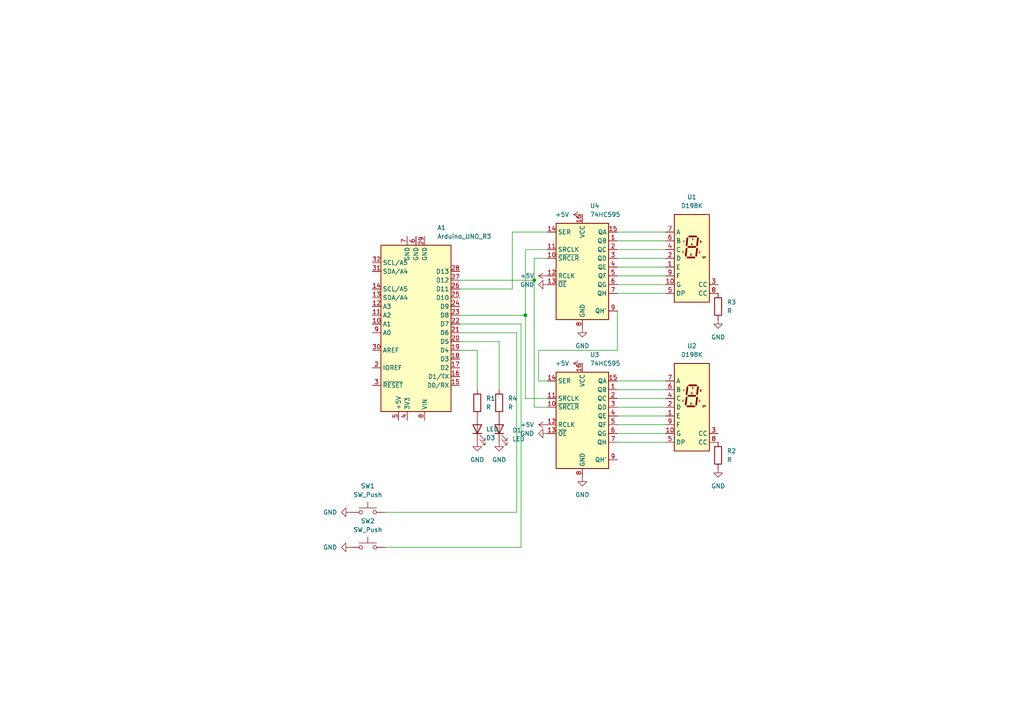
<source format=kicad_sch>
(kicad_sch (version 20230121) (generator eeschema)
  (paper "A4")
  (lib_symbols
    (symbol "74xx:74HC595"
      (property "Reference" "U" (at -7.62 13.97 0))
      (property "Value" "74HC595" (at -7.62 -16.51 0))
      (symbol "74HC595_1_0"
        (pin tri_state line (at 10.16 7.62 180) (length 2.54) (name "QB") (number "1"))
        (pin input line (at -10.16 2.54 0) (length 2.54) (name "~{SRCLR}") (number "10"))
        (pin input line (at -10.16 5.08 0) (length 2.54) (name "SRCLK") (number "11"))
        (pin input line (at -10.16 -2.54 0) (length 2.54) (name "RCLK") (number "12"))
        (pin input line (at -10.16 -5.08 0) (length 2.54) (name "~{OE}") (number "13"))
        (pin input line (at -10.16 10.16 0) (length 2.54) (name "SER") (number "14"))
        (pin tri_state line (at 10.16 10.16 180) (length 2.54) (name "QA") (number "15"))
        (pin power_in line (at 0 15.24 270) (length 2.54) (name "VCC") (number "16"))
        (pin tri_state line (at 10.16 5.08 180) (length 2.54) (name "QC") (number "2"))
        (pin tri_state line (at 10.16 2.54 180) (length 2.54) (name "QD") (number "3"))
        (pin tri_state line (at 10.16 0 180) (length 2.54) (name "QE") (number "4"))
        (pin tri_state line (at 10.16 -2.54 180) (length 2.54) (name "QF") (number "5"))
        (pin tri_state line (at 10.16 -5.08 180) (length 2.54) (name "QG") (number "6"))
        (pin tri_state line (at 10.16 -7.62 180) (length 2.54) (name "QH") (number "7"))
        (pin power_in line (at 0 -17.78 90) (length 2.54) (name "GND") (number "8"))
        (pin output line (at 10.16 -12.7 180) (length 2.54) (name "QH'") (number "9"))
      )
      (symbol "74HC595_1_1"
        (rectangle (start -7.62 12.7) (end 7.62 -15.24) (stroke (width 0.254)) (fill (type background)))
      )
    )
    (symbol "Device:LED" (pin_numbers hide) (pin_names (offset 1.016) hide)
      (property "Reference" "D" (at 0 2.54 0))
      (property "Value" "LED" (at 0 -2.54 0))
      (symbol "LED_0_1"
        (polyline (pts (xy -1.27 -1.27) (xy -1.27 1.27)) (stroke (width 0.254)))
        (polyline (pts (xy -1.27 0) (xy 1.27 0)))
        (polyline (pts (xy 1.27 -1.27) (xy 1.27 1.27) (xy -1.27 0) (xy 1.27 -1.27)) (stroke (width 0.254)))
        (polyline (pts (xy -3.048 -0.762) (xy -4.572 -2.286) (xy -3.81 -2.286) (xy -4.572 -2.286) (xy -4.572 -1.524)))
        (polyline (pts (xy -1.778 -0.762) (xy -3.302 -2.286) (xy -2.54 -2.286) (xy -3.302 -2.286) (xy -3.302 -1.524)))
      )
      (symbol "LED_1_1"
        (pin passive line (at -3.81 0 0) (length 2.54) (name "K") (number "1"))
        (pin passive line (at 3.81 0 180) (length 2.54) (name "A") (number "2"))
      )
    )
    (symbol "Device:R" (pin_numbers hide) (pin_names (offset 0))
      (property "Reference" "R" (at 2.032 0 90))
      (property "Value" "R" (at 0 0 90))
      (symbol "R_0_1"
        (rectangle (start -1.016 -2.54) (end 1.016 2.54) (stroke (width 0.254)))
      )
      (symbol "R_1_1"
        (pin passive line (at 0 3.81 270) (length 1.27) (name "~") (number "1"))
        (pin passive line (at 0 -3.81 90) (length 1.27) (name "~") (number "2"))
      )
    )
    (symbol "Display_Character:D198K"
      (property "Reference" "U" (at -2.54 13.97 0))
      (property "Value" "D198K" (at 1.27 13.97 0))
      (symbol "D198K_0_0"
        (text "A" (at 0.254 5.588 0) (effects (font (size 0.508 0.508))))
        (text "B" (at 2.54 4.826 0) (effects (font (size 0.508 0.508))))
        (text "C" (at 2.286 1.778 0) (effects (font (size 0.508 0.508))))
        (text "D" (at -0.254 1.016 0) (effects (font (size 0.508 0.508))))
        (text "DP" (at 3.556 0.254 0) (effects (font (size 0.508 0.508))))
        (text "E" (at -2.54 1.778 0) (effects (font (size 0.508 0.508))))
        (text "F" (at -2.286 4.826 0) (effects (font (size 0.508 0.508))))
        (text "G" (at 0 4.064 0) (effects (font (size 0.508 0.508))))
      )
      (symbol "D198K_0_1"
        (rectangle (start -5.08 12.7) (end 5.08 -12.7) (stroke (width 0.254)) (fill (type background)))
        (polyline (pts (xy -1.524 2.794) (xy -1.778 0.762)) (stroke (width 0.508)))
        (polyline (pts (xy -1.27 0.254) (xy 0.762 0.254)) (stroke (width 0.508)))
        (polyline (pts (xy -1.27 5.842) (xy -1.524 3.81)) (stroke (width 0.508)))
        (polyline (pts (xy -1.016 3.302) (xy 1.016 3.302)) (stroke (width 0.508)))
        (polyline (pts (xy -0.762 6.35) (xy 1.27 6.35)) (stroke (width 0.508)))
        (polyline (pts (xy 1.524 2.794) (xy 1.27 0.762)) (stroke (width 0.508)))
        (polyline (pts (xy 1.778 5.842) (xy 1.524 3.81)) (stroke (width 0.508)))
        (polyline (pts (xy 2.54 0.254) (xy 2.54 0.254)) (stroke (width 0.508)))
      )
      (symbol "D198K_1_1"
        (pin input line (at -7.62 -2.54 0) (length 2.54) (name "E") (number "1"))
        (pin input line (at -7.62 -7.62 0) (length 2.54) (name "G") (number "10"))
        (pin input line (at -7.62 0 0) (length 2.54) (name "D") (number "2"))
        (pin input line (at 7.62 -7.62 180) (length 2.54) (name "CC") (number "3"))
        (pin input line (at -7.62 2.54 0) (length 2.54) (name "C") (number "4"))
        (pin input line (at -7.62 -10.16 0) (length 2.54) (name "DP") (number "5"))
        (pin input line (at -7.62 5.08 0) (length 2.54) (name "B") (number "6"))
        (pin input line (at -7.62 7.62 0) (length 2.54) (name "A") (number "7"))
        (pin input line (at 7.62 -10.16 180) (length 2.54) (name "CC") (number "8"))
        (pin input line (at -7.62 -5.08 0) (length 2.54) (name "F") (number "9"))
      )
    )
    (symbol "MCU_Module:Arduino_UNO_R3"
      (property "Reference" "A" (at -10.16 23.495 0))
      (property "Value" "Arduino_UNO_R3" (at 5.08 -26.67 0))
      (symbol "Arduino_UNO_R3_0_1"
        (rectangle (start -10.16 22.86) (end 10.16 -25.4) (stroke (width 0.254)) (fill (type background)))
      )
      (symbol "Arduino_UNO_R3_1_1"
        (pin no_connect line (at -10.16 -20.32 0) (length 2.54) hide (name "NC") (number "1"))
        (pin bidirectional line (at 12.7 -2.54 180) (length 2.54) (name "A1") (number "10"))
        (pin bidirectional line (at 12.7 -5.08 180) (length 2.54) (name "A2") (number "11"))
        (pin bidirectional line (at 12.7 -7.62 180) (length 2.54) (name "A3") (number "12"))
        (pin bidirectional line (at 12.7 -10.16 180) (length 2.54) (name "SDA/A4") (number "13"))
        (pin bidirectional line (at 12.7 -12.7 180) (length 2.54) (name "SCL/A5") (number "14"))
        (pin bidirectional line (at -12.7 15.24 0) (length 2.54) (name "D0/RX") (number "15"))
        (pin bidirectional line (at -12.7 12.7 0) (length 2.54) (name "D1/TX") (number "16"))
        (pin bidirectional line (at -12.7 10.16 0) (length 2.54) (name "D2") (number "17"))
        (pin bidirectional line (at -12.7 7.62 0) (length 2.54) (name "D3") (number "18"))
        (pin bidirectional line (at -12.7 5.08 0) (length 2.54) (name "D4") (number "19"))
        (pin output line (at 12.7 10.16 180) (length 2.54) (name "IOREF") (number "2"))
        (pin bidirectional line (at -12.7 2.54 0) (length 2.54) (name "D5") (number "20"))
        (pin bidirectional line (at -12.7 0 0) (length 2.54) (name "D6") (number "21"))
        (pin bidirectional line (at -12.7 -2.54 0) (length 2.54) (name "D7") (number "22"))
        (pin bidirectional line (at -12.7 -5.08 0) (length 2.54) (name "D8") (number "23"))
        (pin bidirectional line (at -12.7 -7.62 0) (length 2.54) (name "D9") (number "24"))
        (pin bidirectional line (at -12.7 -10.16 0) (length 2.54) (name "D10") (number "25"))
        (pin bidirectional line (at -12.7 -12.7 0) (length 2.54) (name "D11") (number "26"))
        (pin bidirectional line (at -12.7 -15.24 0) (length 2.54) (name "D12") (number "27"))
        (pin bidirectional line (at -12.7 -17.78 0) (length 2.54) (name "D13") (number "28"))
        (pin power_in line (at -2.54 -27.94 90) (length 2.54) (name "GND") (number "29"))
        (pin input line (at 12.7 15.24 180) (length 2.54) (name "~{RESET}") (number "3"))
        (pin input line (at 12.7 5.08 180) (length 2.54) (name "AREF") (number "30"))
        (pin bidirectional line (at 12.7 -17.78 180) (length 2.54) (name "SDA/A4") (number "31"))
        (pin bidirectional line (at 12.7 -20.32 180) (length 2.54) (name "SCL/A5") (number "32"))
        (pin power_out line (at 2.54 25.4 270) (length 2.54) (name "3V3") (number "4"))
        (pin power_out line (at 5.08 25.4 270) (length 2.54) (name "+5V") (number "5"))
        (pin power_in line (at 0 -27.94 90) (length 2.54) (name "GND") (number "6"))
        (pin power_in line (at 2.54 -27.94 90) (length 2.54) (name "GND") (number "7"))
        (pin power_in line (at -2.54 25.4 270) (length 2.54) (name "VIN") (number "8"))
        (pin bidirectional line (at 12.7 0 180) (length 2.54) (name "A0") (number "9"))
      )
    )
    (symbol "Switch:SW_Push" (pin_numbers hide) (pin_names (offset 1.016) hide)
      (property "Reference" "SW" (at 1.27 2.54 0))
      (property "Value" "SW_Push" (at 0 -1.524 0))
      (symbol "SW_Push_0_1"
        (circle (center -2.032 0) (radius 0.508))
        (polyline (pts (xy 0 1.27) (xy 0 3.048)))
        (polyline (pts (xy 2.54 1.27) (xy -2.54 1.27)))
        (circle (center 2.032 0) (radius 0.508))
        (pin passive line (at -5.08 0 0) (length 2.54) (name "1") (number "1"))
        (pin passive line (at 5.08 0 180) (length 2.54) (name "2") (number "2"))
      )
    )
    (symbol "power:+5V" (power) (pin_names (offset 0))
      (property "Value" "+5V" (at 0 3.556 0))
      (symbol "+5V_0_1"
        (polyline (pts (xy -0.762 1.27) (xy 0 2.54)))
        (polyline (pts (xy 0 0) (xy 0 2.54)))
        (polyline (pts (xy 0 2.54) (xy 0.762 1.27)))
      )
      (symbol "+5V_1_1"
        (pin power_in line (at 0 0 90) (length 0) hide (name "+5V") (number "1"))
      )
    )
    (symbol "power:GND" (power) (pin_names (offset 0))
      (property "Value" "GND" (at 0 -3.81 0))
      (symbol "GND_0_1"
        (polyline (pts (xy 0 0) (xy 0 -1.27) (xy 1.27 -1.27) (xy 0 -2.54) (xy -1.27 -1.27) (xy 0 -1.27)))
      )
      (symbol "GND_1_1"
        (pin power_in line (at 0 0 270) (length 0) hide (name "GND") (number "1"))
      )
    )
  )
  (junction (at 152.4 91.44))
  (junction (at 154.94 81.28))
  (wire (pts (xy 111.76 158.75) (xy 151.13 158.75)))
  (wire (pts (xy 156.21 101.6) (xy 156.21 110.49)))
  (wire (pts (xy 179.07 69.85) (xy 193.04 69.85)))
  (wire (pts (xy 179.07 82.55) (xy 193.04 82.55)))
  (wire (pts (xy 148.59 67.31) (xy 148.59 83.82)))
  (wire (pts (xy 179.07 67.31) (xy 193.04 67.31)))
  (wire (pts (xy 158.75 72.39) (xy 152.4 72.39)))
  (wire (pts (xy 179.07 77.47) (xy 193.04 77.47)))
  (wire (pts (xy 179.07 120.65) (xy 193.04 120.65)))
  (wire (pts (xy 151.13 93.98) (xy 133.35 93.98)))
  (wire (pts (xy 179.07 72.39) (xy 193.04 72.39)))
  (wire (pts (xy 152.4 91.44) (xy 152.4 115.57)))
  (wire (pts (xy 133.35 81.28) (xy 154.94 81.28)))
  (wire (pts (xy 138.43 113.03) (xy 138.43 101.6)))
  (wire (pts (xy 148.59 83.82) (xy 133.35 83.82)))
  (wire (pts (xy 179.07 118.11) (xy 193.04 118.11)))
  (wire (pts (xy 151.13 158.75) (xy 151.13 93.98)))
  (wire (pts (xy 154.94 74.93) (xy 154.94 81.28)))
  (wire (pts (xy 158.75 74.93) (xy 154.94 74.93)))
  (wire (pts (xy 144.78 113.03) (xy 144.78 99.06)))
  (wire (pts (xy 152.4 72.39) (xy 152.4 91.44)))
  (wire (pts (xy 156.21 110.49) (xy 158.75 110.49)))
  (wire (pts (xy 179.07 101.6) (xy 156.21 101.6)))
  (wire (pts (xy 179.07 115.57) (xy 193.04 115.57)))
  (wire (pts (xy 111.76 148.59) (xy 149.86 148.59)))
  (wire (pts (xy 144.78 99.06) (xy 133.35 99.06)))
  (wire (pts (xy 154.94 81.28) (xy 154.94 118.11)))
  (wire (pts (xy 179.07 113.03) (xy 193.04 113.03)))
  (wire (pts (xy 149.86 148.59) (xy 149.86 96.52)))
  (wire (pts (xy 179.07 74.93) (xy 193.04 74.93)))
  (wire (pts (xy 158.75 67.31) (xy 148.59 67.31)))
  (wire (pts (xy 149.86 96.52) (xy 133.35 96.52)))
  (wire (pts (xy 179.07 110.49) (xy 193.04 110.49)))
  (wire (pts (xy 154.94 118.11) (xy 158.75 118.11)))
  (wire (pts (xy 133.35 91.44) (xy 152.4 91.44)))
  (wire (pts (xy 179.07 85.09) (xy 193.04 85.09)))
  (wire (pts (xy 179.07 125.73) (xy 193.04 125.73)))
  (wire (pts (xy 138.43 101.6) (xy 133.35 101.6)))
  (wire (pts (xy 152.4 115.57) (xy 158.75 115.57)))
  (wire (pts (xy 179.07 80.01) (xy 193.04 80.01)))
  (wire (pts (xy 179.07 128.27) (xy 193.04 128.27)))
  (wire (pts (xy 179.07 90.17) (xy 179.07 101.6)))
  (wire (pts (xy 179.07 123.19) (xy 193.04 123.19)))
  (symbol (lib_id "power:GND") (at 168.91 95.25 0) (unit 1)
    (property "Reference" "#PWR02" (effects hide))
    (property "Value" "GND" (at 168.91 100.33 0))
  )
  (symbol (lib_id "power:GND") (at 208.28 135.89 0) (unit 1)
    (property "Reference" "#PWR07" (effects hide))
    (property "Value" "GND" (at 208.28 140.97 0))
  )
  (symbol (lib_id "Device:R") (at 208.28 132.08 0) (unit 1)
    (property "Reference" "R2" (at 210.82 130.81 0) (effects (justify left)))
    (property "Value" "R" (at 210.82 133.35 0) (effects (justify left)))
    (property "Footprint" "Resistor_THT:R_Axial_DIN0204_L3.6mm_D1.6mm_P5.08mm_Horizontal" (effects hide))
  )
  (symbol (lib_id "Device:R") (at 138.43 116.84 0) (unit 1)
    (property "Reference" "R1" (at 140.97 115.57 0) (effects (justify left)))
    (property "Value" "R" (at 140.97 118.11 0) (effects (justify left)))
    (property "Footprint" "Resistor_THT:R_Axial_DIN0204_L3.6mm_D1.6mm_P5.08mm_Horizontal" (effects hide))
  )
  (symbol (lib_id "power:GND") (at 144.78 128.27 0) (unit 1)
    (property "Reference" "#PWR010" (effects hide))
    (property "Value" "GND" (at 144.78 133.35 0))
  )
  (symbol (lib_id "power:GND") (at 208.28 92.71 0) (unit 1)
    (property "Reference" "#PWR08" (effects hide))
    (property "Value" "GND" (at 208.28 97.79 0))
  )
  (symbol (lib_id "power:+5V") (at 158.75 80.01 90) (unit 1)
    (property "Reference" "#PWR013" (effects hide))
    (property "Value" "+5V" (at 154.94 80.01 90) (effects (justify left)))
  )
  (symbol (lib_id "Switch:SW_Push") (at 106.68 158.75 0) (unit 1)
    (property "Reference" "SW2" (at 106.68 151.13 0))
    (property "Value" "SW_Push" (at 106.68 153.67 0))
    (property "Footprint" "Button_Switch_THT:SW_PUSH_6mm" (effects hide))
  )
  (symbol (lib_id "Device:R") (at 144.78 116.84 0) (unit 1)
    (property "Reference" "R4" (at 147.32 115.57 0) (effects (justify left)))
    (property "Value" "R" (at 147.32 118.11 0) (effects (justify left)))
    (property "Footprint" "Resistor_THT:R_Axial_DIN0204_L3.6mm_D1.6mm_P5.08mm_Horizontal" (effects hide))
  )
  (symbol (lib_id "MCU_Module:Arduino_UNO_R3") (at 120.65 96.52 180) (unit 1)
    (property "Reference" "A1" (at 126.8161 66.04 0) (effects (justify right)))
    (property "Value" "Arduino_UNO_R3" (at 126.8161 68.58 0) (effects (justify right)))
    (property "Footprint" "Module:Arduino_UNO_R3" (effects hide))
    (property "Datasheet" "https://www.arduino.cc/en/Main/arduinoBoardUno" (effects hide))
  )
  (symbol (lib_id "74xx:74HC595") (at 168.91 77.47 0) (unit 1)
    (property "Reference" "U4" (at 171.1041 59.69 0) (effects (justify left)))
    (property "Value" "74HC595" (at 171.1041 62.23 0) (effects (justify left)))
    (property "Footprint" "Package_DIP:DIP-16_W7.62mm_LongPads" (effects hide))
    (property "Datasheet" "http://www.ti.com/lit/ds/symlink/sn74hc595.pdf" (effects hide))
  )
  (symbol (lib_id "power:GND") (at 101.6 148.59 270) (unit 1)
    (property "Reference" "#PWR03" (effects hide))
    (property "Value" "GND" (at 97.79 148.59 90) (effects (justify right)))
  )
  (symbol (lib_id "power:GND") (at 158.75 125.73 270) (unit 1)
    (property "Reference" "#PWR011" (effects hide))
    (property "Value" "GND" (at 154.94 125.73 90) (effects (justify right)))
  )
  (symbol (lib_id "Switch:SW_Push") (at 106.68 148.59 0) (unit 1)
    (property "Reference" "SW1" (at 106.68 140.97 0))
    (property "Value" "SW_Push" (at 106.68 143.51 0))
    (property "Footprint" "Button_Switch_THT:SW_PUSH_6mm" (effects hide))
  )
  (symbol (lib_id "Display_Character:D198K") (at 200.66 74.93 0) (unit 1)
    (property "Reference" "U1" (at 200.66 57.15 0))
    (property "Value" "D198K" (at 200.66 59.69 0))
    (property "Footprint" "Display_7Segment:D1X8K" (effects hide))
    (property "Datasheet" "https://ia800903.us.archive.org/24/items/CTKD1x8K/Cromatek%20D168K.pdf" (effects hide))
  )
  (symbol (lib_id "Device:R") (at 208.28 88.9 0) (unit 1)
    (property "Reference" "R3" (at 210.82 87.63 0) (effects (justify left)))
    (property "Value" "R" (at 210.82 90.17 0) (effects (justify left)))
    (property "Footprint" "Resistor_THT:R_Axial_DIN0204_L3.6mm_D1.6mm_P5.08mm_Horizontal" (effects hide))
  )
  (symbol (lib_id "Display_Character:D198K") (at 200.66 118.11 0) (unit 1)
    (property "Reference" "U2" (at 200.66 100.33 0))
    (property "Value" "D198K" (at 200.66 102.87 0))
    (property "Footprint" "Display_7Segment:D1X8K" (effects hide))
    (property "Datasheet" "https://ia800903.us.archive.org/24/items/CTKD1x8K/Cromatek%20D168K.pdf" (effects hide))
  )
  (symbol (lib_id "Device:LED") (at 144.78 124.46 90) (unit 1)
    (property "Reference" "D1" (at 148.59 124.7775 90) (effects (justify right)))
    (property "Value" "LED" (at 148.59 127.3175 90) (effects (justify right)))
    (property "Footprint" "LED_THT:LED_D5.0mm" (effects hide))
  )
  (symbol (lib_id "power:GND") (at 158.75 82.55 270) (unit 1)
    (property "Reference" "#PWR014" (effects hide))
    (property "Value" "GND" (at 154.94 82.55 90) (effects (justify right)))
  )
  (symbol (lib_id "power:+5V") (at 158.75 123.19 90) (unit 1)
    (property "Reference" "#PWR012" (effects hide))
    (property "Value" "+5V" (at 154.94 123.19 90) (effects (justify left)))
  )
  (symbol (lib_id "Device:LED") (at 138.43 124.46 90) (unit 1)
    (property "Reference" "D3" (at 140.97 127 90) (effects (justify right)))
    (property "Value" "LED" (at 140.97 124.46 90) (effects (justify right)))
    (property "Footprint" "LED_THT:LED_D5.0mm" (effects hide))
  )
  (symbol (lib_id "74xx:74HC595") (at 168.91 120.65 0) (unit 1)
    (property "Reference" "U3" (at 171.1041 102.87 0) (effects (justify left)))
    (property "Value" "74HC595" (at 171.1041 105.41 0) (effects (justify left)))
    (property "Footprint" "Package_DIP:DIP-16_W7.62mm_LongPads" (effects hide))
    (property "Datasheet" "http://www.ti.com/lit/ds/symlink/sn74hc595.pdf" (effects hide))
  )
  (symbol (lib_id "power:GND") (at 101.6 158.75 270) (unit 1)
    (property "Reference" "#PWR04" (effects hide))
    (property "Value" "GND" (at 97.79 158.75 90) (effects (justify right)))
  )
  (symbol (lib_id "power:GND") (at 168.91 138.43 0) (unit 1)
    (property "Reference" "#PWR01" (effects hide))
    (property "Value" "GND" (at 168.91 143.51 0))
  )
  (symbol (lib_id "power:GND") (at 138.43 128.27 0) (unit 1)
    (property "Reference" "#PWR09" (effects hide))
    (property "Value" "GND" (at 138.43 133.35 0))
  )
  (symbol (lib_id "power:+5V") (at 168.91 105.41 90) (unit 1)
    (property "Reference" "#PWR05" (effects hide))
    (property "Value" "+5V" (at 165.1 105.41 90) (effects (justify left)))
  )
  (symbol (lib_id "power:+5V") (at 168.91 62.23 90) (unit 1)
    (property "Reference" "#PWR06" (effects hide))
    (property "Value" "+5V" (at 165.1 62.23 90) (effects (justify left)))
  )
)
</source>
